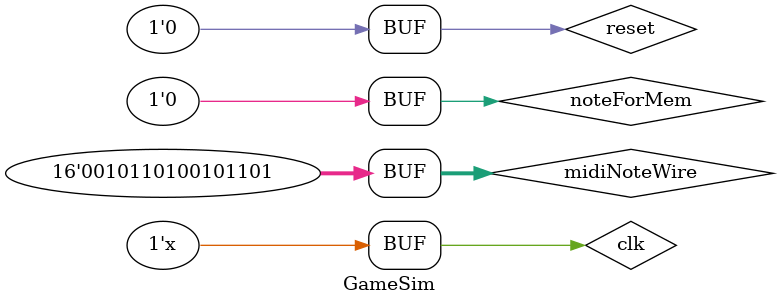
<source format=v>
`timescale 1ns / 1ps


module GameSim;

	// Inputs
	reg clk;
	reg reset;
	reg [15:0] midiNoteWire;
	reg noteForMem;
	// Outputs
	wire HS;
	wire VS;
	wire [7:0] RGB;
	wire [7:0] digit;
	wire [3:0] segment;
	wire midiRx;

	// Instantiate the Unit Under Test (UUT)
	Game uut (
		.midiNoteWire(midiNoteWire),
		.noteForMem(noteForMem),
		.clk(clk), 
		.reset(reset), 
		.midiFromKeyboard(midiFromKeyboard), 
		.HS(HS), 
		.VS(VS), 
		.RGB(RGB), 
		.digit(digit), 
		.segment(segment), 
		.midiRx(midiRx)
	);
	always #1 clk = ~clk;

	initial begin
// Initialize Inputs
		#10
		noteForMem = 0;
		midiNoteWire = 16'h2d2d;
		clk = 0;
		reset = 0;
		#15		
		// Add stimulus here
		noteForMem = 1;
		
		#15
		
		noteForMem = 0;
	end
      
endmodule


</source>
